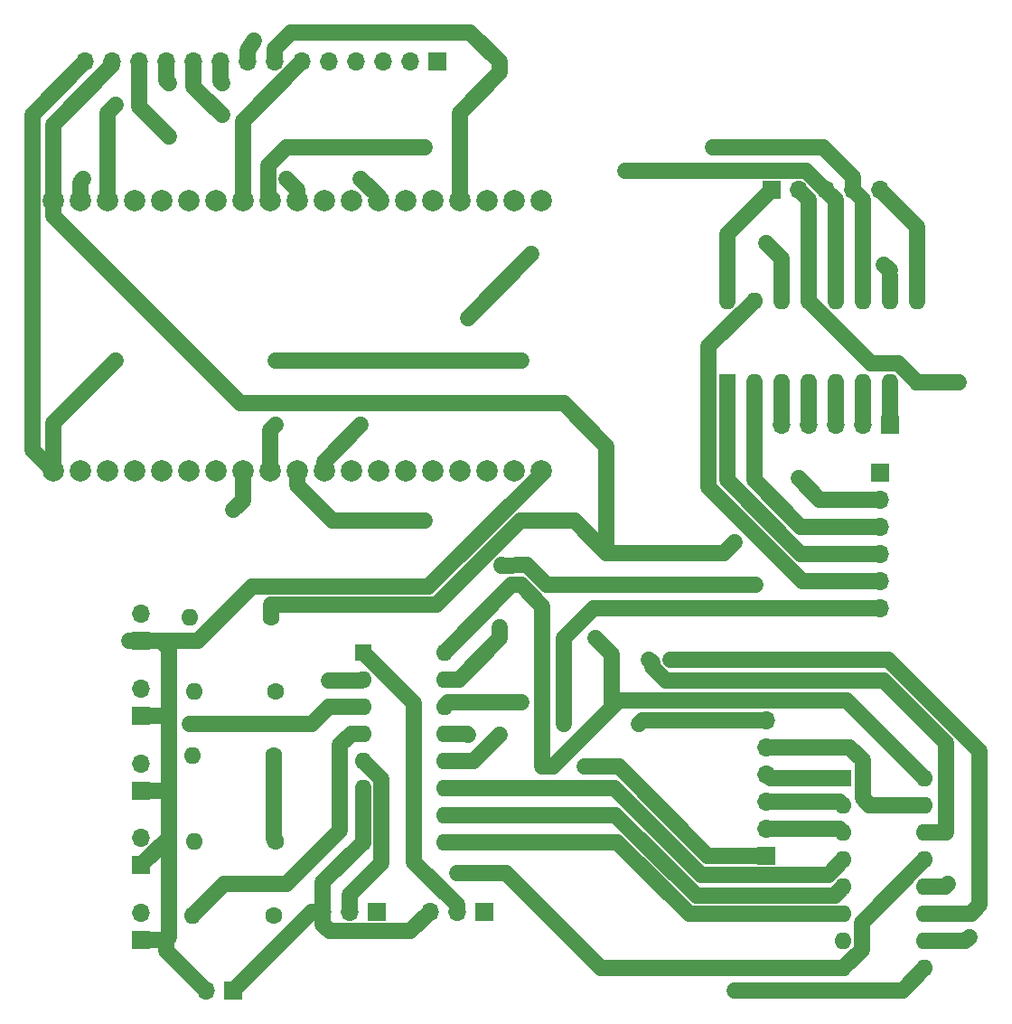
<source format=gbr>
%TF.GenerationSoftware,KiCad,Pcbnew,8.0.3*%
%TF.CreationDate,2025-02-04T16:17:40+01:00*%
%TF.ProjectId,Esp32-card,45737033-322d-4636-9172-642e6b696361,rev?*%
%TF.SameCoordinates,Original*%
%TF.FileFunction,Copper,L2,Bot*%
%TF.FilePolarity,Positive*%
%FSLAX46Y46*%
G04 Gerber Fmt 4.6, Leading zero omitted, Abs format (unit mm)*
G04 Created by KiCad (PCBNEW 8.0.3) date 2025-02-04 16:17:40*
%MOMM*%
%LPD*%
G01*
G04 APERTURE LIST*
%TA.AperFunction,ComponentPad*%
%ADD10R,1.700000X1.700000*%
%TD*%
%TA.AperFunction,ComponentPad*%
%ADD11O,1.700000X1.700000*%
%TD*%
%TA.AperFunction,ComponentPad*%
%ADD12R,1.600000X1.600000*%
%TD*%
%TA.AperFunction,ComponentPad*%
%ADD13O,1.600000X1.600000*%
%TD*%
%TA.AperFunction,ComponentPad*%
%ADD14C,1.600000*%
%TD*%
%TA.AperFunction,ComponentPad*%
%ADD15C,2.000000*%
%TD*%
%TA.AperFunction,ViaPad*%
%ADD16C,1.200000*%
%TD*%
%TA.AperFunction,ViaPad*%
%ADD17C,1.000000*%
%TD*%
%TA.AperFunction,Conductor*%
%ADD18C,1.500000*%
%TD*%
G04 APERTURE END LIST*
D10*
%TO.P,J7,1,Pin_1*%
%TO.N,T_IRQ*%
X156160000Y-36000000D03*
D11*
%TO.P,J7,2,Pin_2*%
%TO.N,T_DO*%
X153620000Y-36000000D03*
%TO.P,J7,3,Pin_3*%
%TO.N,T_DIN*%
X151080000Y-36000000D03*
%TO.P,J7,4,Pin_4*%
%TO.N,T_CS*%
X148540000Y-36000000D03*
%TO.P,J7,5,Pin_5*%
%TO.N,TS_CLK*%
X146000000Y-36000000D03*
%TO.P,J7,6,Pin_6*%
%TO.N,MISO*%
X143460000Y-36000000D03*
%TO.P,J7,7,Pin_7*%
%TO.N,LED*%
X140920000Y-36000000D03*
%TO.P,J7,8,Pin_8*%
%TO.N,SCK*%
X138380000Y-36000000D03*
%TO.P,J7,9,Pin_9*%
%TO.N,MOSI*%
X135840000Y-36000000D03*
%TO.P,J7,10,Pin_10*%
%TO.N,DC*%
X133300000Y-36000000D03*
%TO.P,J7,11,Pin_11*%
%TO.N,RESET*%
X130760000Y-36000000D03*
%TO.P,J7,12,Pin_12*%
%TO.N,CS*%
X128220000Y-36000000D03*
%TO.P,J7,13,Pin_13*%
%TO.N,GND*%
X125680000Y-36000000D03*
%TO.P,J7,14,Pin_14*%
%TO.N,3v3*%
X123140000Y-36000000D03*
%TD*%
D12*
%TO.P,U4,1,A4*%
%TO.N,Capteur_Hall_1*%
X149200000Y-91300000D03*
D13*
%TO.P,U4,2,A6*%
%TO.N,Capteur_Autre_1*%
X149200000Y-93840000D03*
%TO.P,U4,3,A*%
%TO.N,Analog_Pin1*%
X149200000Y-96380000D03*
%TO.P,U4,4,A7*%
%TO.N,Capteur_Autre_2*%
X149200000Y-98920000D03*
%TO.P,U4,5,A5*%
%TO.N,Capteur_Hall_2*%
X149200000Y-101460000D03*
%TO.P,U4,6,~{E}*%
%TO.N,GND*%
X149200000Y-104000000D03*
%TO.P,U4,7,VEE*%
X149200000Y-106540000D03*
%TO.P,U4,8,GND*%
X149200000Y-109080000D03*
%TO.P,U4,9,S2*%
%TO.N,Net-(U1-QG)*%
X156820000Y-109080000D03*
%TO.P,U4,10,S1*%
%TO.N,Net-(U1-QF)*%
X156820000Y-106540000D03*
%TO.P,U4,11,S0*%
%TO.N,Net-(U1-QE)*%
X156820000Y-104000000D03*
%TO.P,U4,12,A3*%
%TO.N,Capteur_Force_3*%
X156820000Y-101460000D03*
%TO.P,U4,13,A0*%
%TO.N,Net-(J14-Pin_6)*%
X156820000Y-98920000D03*
%TO.P,U4,14,A1*%
%TO.N,Capteur_Force_1*%
X156820000Y-96380000D03*
%TO.P,U4,15,A2*%
%TO.N,Capteur_Force_2*%
X156820000Y-93840000D03*
%TO.P,U4,16,VCC*%
%TO.N,3v3*%
X156820000Y-91300000D03*
%TD*%
D12*
%TO.P,U1,1,QB*%
%TO.N,M1_Pin_Dir2*%
X194200000Y-103125000D03*
D13*
%TO.P,U1,2,QC*%
%TO.N,M2_Pin_Dir1*%
X194200000Y-105665000D03*
%TO.P,U1,3,QD*%
%TO.N,M2_Pin_Dir2*%
X194200000Y-108205000D03*
%TO.P,U1,4,QE*%
%TO.N,Net-(U1-QE)*%
X194200000Y-110745000D03*
%TO.P,U1,5,QF*%
%TO.N,Net-(U1-QF)*%
X194200000Y-113285000D03*
%TO.P,U1,6,QG*%
%TO.N,Net-(U1-QG)*%
X194200000Y-115825000D03*
%TO.P,U1,7,QH*%
%TO.N,unconnected-(U1-QH-Pad7)*%
X194200000Y-118365000D03*
%TO.P,U1,8,GND*%
%TO.N,GND*%
X194200000Y-120905000D03*
%TO.P,U1,9,QH'*%
%TO.N,Net-(U1-QH')*%
X201820000Y-120905000D03*
%TO.P,U1,10,~{SRCLR}*%
%TO.N,3v3*%
X201820000Y-118365000D03*
%TO.P,U1,11,SRCLK*%
%TO.N,Clock*%
X201820000Y-115825000D03*
%TO.P,U1,12,RCLK*%
%TO.N,Trig*%
X201820000Y-113285000D03*
%TO.P,U1,13,~{OE}*%
%TO.N,GND*%
X201820000Y-110745000D03*
%TO.P,U1,14,SER*%
%TO.N,Data*%
X201820000Y-108205000D03*
%TO.P,U1,15,QA*%
%TO.N,M1_Pin_Dir1*%
X201820000Y-105665000D03*
%TO.P,U1,16,VCC*%
%TO.N,3v3*%
X201820000Y-103125000D03*
%TD*%
D10*
%TO.P,J2,1,Pin_1*%
%TO.N,5v*%
X128375000Y-90275000D03*
D11*
%TO.P,J2,2,Pin_2*%
%TO.N,Capteur_Force_1*%
X128375000Y-87735000D03*
%TD*%
D10*
%TO.P,J12,1,Pin_1*%
%TO.N,3v3*%
X187460000Y-48000000D03*
D11*
%TO.P,J12,2,Pin_2*%
%TO.N,GND*%
X190000000Y-48000000D03*
%TO.P,J12,3,Pin_3*%
%TO.N,Trig*%
X192540000Y-48000000D03*
%TO.P,J12,4,Pin_4*%
%TO.N,Clock*%
X195080000Y-48000000D03*
%TO.P,J12,5,Pin_5*%
%TO.N,Net-(J12-Pin_5)*%
X197620000Y-48000000D03*
%TD*%
D10*
%TO.P,J14,1,Pin_1*%
%TO.N,3v3*%
X197625000Y-74460000D03*
D11*
%TO.P,J14,2,Pin_2*%
%TO.N,GND*%
X197625000Y-77000000D03*
%TO.P,J14,3,Pin_3*%
%TO.N,Net-(J14-Pin_3)*%
X197625000Y-79540000D03*
%TO.P,J14,4,Pin_4*%
%TO.N,Net-(J14-Pin_4)*%
X197625000Y-82080000D03*
%TO.P,J14,5,Pin_5*%
%TO.N,Net-(J14-Pin_5)*%
X197625000Y-84620000D03*
%TO.P,J14,6,Pin_6*%
%TO.N,Net-(J14-Pin_6)*%
X197625000Y-87160000D03*
%TD*%
D10*
%TO.P,J13,1,Pin_1*%
%TO.N,5v*%
X128375000Y-118275000D03*
D11*
%TO.P,J13,2,Pin_2*%
%TO.N,Capteur_Autre_2*%
X128375000Y-115735000D03*
%TD*%
D10*
%TO.P,J3,1,Pin_1*%
%TO.N,5v*%
X128375000Y-97275000D03*
D11*
%TO.P,J3,2,Pin_2*%
%TO.N,Capteur_Force_2*%
X128375000Y-94735000D03*
%TD*%
D10*
%TO.P,J11,1,Pin_1*%
%TO.N,5v*%
X128375000Y-111275000D03*
D11*
%TO.P,J11,2,Pin_2*%
%TO.N,Capteur_Autre_1*%
X128375000Y-108735000D03*
%TD*%
D14*
%TO.P,R2,1*%
%TO.N,GND*%
X141000000Y-95000000D03*
D13*
%TO.P,R2,2*%
%TO.N,Capteur_Force_2*%
X133380000Y-95000000D03*
%TD*%
D10*
%TO.P,J8,1,Pin_1*%
%TO.N,M2_Pin_EN*%
X187000000Y-110350000D03*
D11*
%TO.P,J8,2,Pin_2*%
%TO.N,M2_Pin_Dir2*%
X187000000Y-107810000D03*
%TO.P,J8,3,Pin_3*%
%TO.N,M2_Pin_Dir1*%
X187000000Y-105270000D03*
%TO.P,J8,4,Pin_4*%
%TO.N,M1_Pin_Dir2*%
X187000000Y-102730000D03*
%TO.P,J8,5,Pin_5*%
%TO.N,M1_Pin_Dir1*%
X187000000Y-100190000D03*
%TO.P,J8,6,Pin_6*%
%TO.N,M1_Pin_EN*%
X187000000Y-97650000D03*
%TD*%
D14*
%TO.P,R5,1*%
%TO.N,GND*%
X140810000Y-116000000D03*
D13*
%TO.P,R5,2*%
%TO.N,Capteur_Autre_2*%
X133190000Y-116000000D03*
%TD*%
D14*
%TO.P,R3,1*%
%TO.N,GND*%
X140810000Y-101000000D03*
D13*
%TO.P,R3,2*%
%TO.N,Capteur_Force_3*%
X133190000Y-101000000D03*
%TD*%
D10*
%TO.P,J9,1,Pin_1*%
%TO.N,Net-(J9-Pin_1)*%
X198540000Y-70000000D03*
D11*
%TO.P,J9,2,Pin_2*%
%TO.N,Net-(J9-Pin_2)*%
X196000000Y-70000000D03*
%TO.P,J9,3,Pin_3*%
%TO.N,Net-(J9-Pin_3)*%
X193460000Y-70000000D03*
%TO.P,J9,4,Pin_4*%
%TO.N,Net-(J9-Pin_4)*%
X190920000Y-70000000D03*
%TO.P,J9,5,Pin_5*%
%TO.N,Net-(J9-Pin_5)*%
X188380000Y-70000000D03*
%TD*%
D12*
%TO.P,U2,1,QB*%
%TO.N,Net-(J14-Pin_4)*%
X183300000Y-66000000D03*
D13*
%TO.P,U2,2,QC*%
%TO.N,Net-(J14-Pin_3)*%
X185840000Y-66000000D03*
%TO.P,U2,3,QD*%
%TO.N,Net-(J9-Pin_5)*%
X188380000Y-66000000D03*
%TO.P,U2,4,QE*%
%TO.N,Net-(J9-Pin_4)*%
X190920000Y-66000000D03*
%TO.P,U2,5,QF*%
%TO.N,Net-(J9-Pin_3)*%
X193460000Y-66000000D03*
%TO.P,U2,6,QG*%
%TO.N,Net-(J9-Pin_2)*%
X196000000Y-66000000D03*
%TO.P,U2,7,QH*%
%TO.N,Net-(J9-Pin_1)*%
X198540000Y-66000000D03*
%TO.P,U2,8,GND*%
%TO.N,GND*%
X201080000Y-66000000D03*
%TO.P,U2,9,QH'*%
%TO.N,Net-(J12-Pin_5)*%
X201080000Y-58380000D03*
%TO.P,U2,10,~{SRCLR}*%
%TO.N,3v3*%
X198540000Y-58380000D03*
%TO.P,U2,11,SRCLK*%
%TO.N,Clock*%
X196000000Y-58380000D03*
%TO.P,U2,12,RCLK*%
%TO.N,Trig*%
X193460000Y-58380000D03*
%TO.P,U2,13,~{OE}*%
%TO.N,GND*%
X190920000Y-58380000D03*
%TO.P,U2,14,SER*%
%TO.N,Net-(U1-QH')*%
X188380000Y-58380000D03*
%TO.P,U2,15,QA*%
%TO.N,Net-(J14-Pin_5)*%
X185840000Y-58380000D03*
%TO.P,U2,16,VCC*%
%TO.N,3v3*%
X183300000Y-58380000D03*
%TD*%
D10*
%TO.P,J4,1,Pin_1*%
%TO.N,3v3*%
X160525000Y-115625000D03*
D11*
%TO.P,J4,2,Pin_2*%
%TO.N,Capteur_Hall_1*%
X157985000Y-115625000D03*
%TO.P,J4,3,Pin_3*%
%TO.N,GND*%
X155445000Y-115625000D03*
%TD*%
D10*
%TO.P,J6,1,Pin_1*%
%TO.N,GND*%
X137000000Y-123000000D03*
D11*
%TO.P,J6,2,Pin_2*%
%TO.N,5v*%
X134460000Y-123000000D03*
%TD*%
D14*
%TO.P,R1,1*%
%TO.N,GND*%
X140620000Y-88000000D03*
D13*
%TO.P,R1,2*%
%TO.N,Capteur_Force_1*%
X133000000Y-88000000D03*
%TD*%
D14*
%TO.P,R4,1*%
%TO.N,GND*%
X141000000Y-109000000D03*
D13*
%TO.P,R4,2*%
%TO.N,Capteur_Autre_1*%
X133380000Y-109000000D03*
%TD*%
D10*
%TO.P,J10,1,Pin_1*%
%TO.N,5v*%
X128375000Y-104275000D03*
D11*
%TO.P,J10,2,Pin_2*%
%TO.N,Capteur_Force_3*%
X128375000Y-101735000D03*
%TD*%
D10*
%TO.P,J5,1,Pin_1*%
%TO.N,3v3*%
X150525000Y-115625000D03*
D11*
%TO.P,J5,2,Pin_2*%
%TO.N,Capteur_Hall_2*%
X147985000Y-115625000D03*
%TO.P,J5,3,Pin_3*%
%TO.N,GND*%
X145445000Y-115625000D03*
%TD*%
D15*
%TO.P,ESP32_WROOM_KIT2,1,3v3*%
%TO.N,3v3*%
X120140000Y-74300000D03*
%TO.P,ESP32_WROOM_KIT2,2,EN*%
%TO.N,unconnected-(ESP32_WROOM_KIT2-EN-Pad2)*%
X122680000Y-74300000D03*
%TO.P,ESP32_WROOM_KIT2,3,GPIO36*%
%TO.N,unconnected-(ESP32_WROOM_KIT2-GPIO36-Pad3)*%
X125220000Y-74300000D03*
%TO.P,ESP32_WROOM_KIT2,4,GPIO39*%
%TO.N,unconnected-(ESP32_WROOM_KIT2-GPIO39-Pad4)*%
X127760000Y-74300000D03*
%TO.P,ESP32_WROOM_KIT2,5,GPIO34*%
%TO.N,unconnected-(ESP32_WROOM_KIT2-GPIO34-Pad5)*%
X130300000Y-74300000D03*
%TO.P,ESP32_WROOM_KIT2,6,GPIO35*%
%TO.N,unconnected-(ESP32_WROOM_KIT2-GPIO35-Pad6)*%
X132840000Y-74300000D03*
%TO.P,ESP32_WROOM_KIT2,7,GPIO32*%
%TO.N,unconnected-(ESP32_WROOM_KIT2-GPIO32-Pad7)*%
X135380000Y-74300000D03*
%TO.P,ESP32_WROOM_KIT2,8,GPIO33*%
%TO.N,Analog_Pin1*%
X137920000Y-74300000D03*
%TO.P,ESP32_WROOM_KIT2,9,GPIO25*%
%TO.N,Data*%
X140460000Y-74300000D03*
%TO.P,ESP32_WROOM_KIT2,10,GPIO26*%
%TO.N,Clock*%
X143000000Y-74300000D03*
%TO.P,ESP32_WROOM_KIT2,11,GPIO27*%
%TO.N,Trig*%
X145540000Y-74300000D03*
%TO.P,ESP32_WROOM_KIT2,12,GPIO14*%
%TO.N,M2_Pin_EN*%
X148080000Y-74300000D03*
%TO.P,ESP32_WROOM_KIT2,13,GPIO12*%
%TO.N,M1_Pin_EN*%
X150620000Y-74300000D03*
%TO.P,ESP32_WROOM_KIT2,14,GND*%
%TO.N,unconnected-(ESP32_WROOM_KIT2-GND-Pad14)*%
X153160000Y-74300000D03*
%TO.P,ESP32_WROOM_KIT2,15,GPIO13*%
%TO.N,unconnected-(ESP32_WROOM_KIT2-GPIO13-Pad15)*%
X155700000Y-74300000D03*
%TO.P,ESP32_WROOM_KIT2,16,GPIO9*%
%TO.N,unconnected-(ESP32_WROOM_KIT2-GPIO9-Pad16)*%
X158240000Y-74300000D03*
%TO.P,ESP32_WROOM_KIT2,17,GPIO10*%
%TO.N,unconnected-(ESP32_WROOM_KIT2-GPIO10-Pad17)*%
X160780000Y-74300000D03*
%TO.P,ESP32_WROOM_KIT2,18,GPIO11*%
%TO.N,unconnected-(ESP32_WROOM_KIT2-GPIO11-Pad18)*%
X163320000Y-74300000D03*
%TO.P,ESP32_WROOM_KIT2,19,5V*%
%TO.N,5v*%
X165860000Y-74300000D03*
%TO.P,ESP32_WROOM_KIT2,20,GND*%
%TO.N,GND*%
X120140000Y-49000000D03*
%TO.P,ESP32_WROOM_KIT2,21,GPIO23*%
%TO.N,MOSI*%
X122680000Y-49000000D03*
%TO.P,ESP32_WROOM_KIT2,22,GPIO22*%
%TO.N,RESET*%
X125220000Y-49000000D03*
%TO.P,ESP32_WROOM_KIT2,23,TXD*%
%TO.N,unconnected-(ESP32_WROOM_KIT2-TXD-Pad23)*%
X127760000Y-49000000D03*
%TO.P,ESP32_WROOM_KIT2,24*%
%TO.N,N/C*%
X130300000Y-49000000D03*
%TO.P,ESP32_WROOM_KIT2,25,GPIO21*%
%TO.N,unconnected-(ESP32_WROOM_KIT2-GPIO21-Pad25)*%
X132840000Y-49000000D03*
%TO.P,ESP32_WROOM_KIT2,26,GND*%
%TO.N,unconnected-(ESP32_WROOM_KIT2-GND-Pad26)*%
X135380000Y-49000000D03*
%TO.P,ESP32_WROOM_KIT2,27,GPIO19*%
%TO.N,MISO*%
X137920000Y-49000000D03*
%TO.P,ESP32_WROOM_KIT2,28,GPIO18*%
%TO.N,SCK*%
X140460000Y-49000000D03*
%TO.P,ESP32_WROOM_KIT2,29,GPIO5*%
%TO.N,CS*%
X143000000Y-49000000D03*
%TO.P,ESP32_WROOM_KIT2,30,GPIO17*%
%TO.N,unconnected-(ESP32_WROOM_KIT2-GPIO17-Pad30)*%
X145540000Y-49000000D03*
%TO.P,ESP32_WROOM_KIT2,31,GPIO16*%
%TO.N,unconnected-(ESP32_WROOM_KIT2-GPIO16-Pad31)*%
X148080000Y-49000000D03*
%TO.P,ESP32_WROOM_KIT2,32,GPIO4*%
%TO.N,DC*%
X150620000Y-49000000D03*
%TO.P,ESP32_WROOM_KIT2,33,GPIO0*%
%TO.N,unconnected-(ESP32_WROOM_KIT2-GPIO0-Pad33)*%
X153160000Y-49000000D03*
%TO.P,ESP32_WROOM_KIT2,34,GPIO2*%
%TO.N,unconnected-(ESP32_WROOM_KIT2-GPIO2-Pad34)*%
X155700000Y-49000000D03*
%TO.P,ESP32_WROOM_KIT2,35,GPIO15*%
%TO.N,LED*%
X158240000Y-49000000D03*
%TO.P,ESP32_WROOM_KIT2,36,SD1*%
%TO.N,unconnected-(ESP32_WROOM_KIT2-SD1-Pad36)*%
X160780000Y-49000000D03*
%TO.P,ESP32_WROOM_KIT2,37,SD0*%
%TO.N,unconnected-(ESP32_WROOM_KIT2-SD0-Pad37)*%
X163320000Y-49000000D03*
%TO.P,ESP32_WROOM_KIT2,38,CLK*%
%TO.N,unconnected-(ESP32_WROOM_KIT2-CLK-Pad38)*%
X165860000Y-49000000D03*
%TD*%
D16*
%TO.N,Clock*%
X182000000Y-44000000D03*
X155000000Y-79000000D03*
X162189038Y-83201935D03*
X186000000Y-85000000D03*
X186000000Y-92000000D03*
%TO.N,Trig*%
X149000000Y-70000000D03*
X159000000Y-60000000D03*
X165000000Y-54000000D03*
X173811558Y-46227375D03*
%TO.N,Data*%
X141000000Y-70000000D03*
%TO.N,3v3*%
X126000000Y-64000000D03*
X141000000Y-64000000D03*
X164000000Y-64000000D03*
X171000000Y-90000000D03*
%TO.N,Analog_Pin1*%
X137000000Y-78000000D03*
X133000000Y-98000000D03*
%TO.N,DC*%
X136000000Y-41000000D03*
X149000000Y-47000000D03*
%TO.N,SCK*%
X155000000Y-44000000D03*
X139000000Y-34000000D03*
%TO.N,MOSI*%
X123000000Y-47000000D03*
X136000000Y-38000000D03*
%TO.N,RESET*%
X126000000Y-40000000D03*
X131000000Y-38000000D03*
%TO.N,CS*%
X131000000Y-43000000D03*
X142000000Y-47000000D03*
D17*
%TO.N,Data*%
X176000000Y-92000000D03*
%TO.N,Trig*%
X182800000Y-46200000D03*
X204000000Y-113000000D03*
%TO.N,Clock*%
X178000000Y-92000000D03*
%TO.N,3v3*%
X198347500Y-99652500D03*
X198000000Y-55000000D03*
X166000000Y-102000000D03*
X206000000Y-118000000D03*
X183300000Y-55000000D03*
%TO.N,GND*%
X205000000Y-66000000D03*
X158000000Y-112000000D03*
X184000000Y-81000000D03*
X190000000Y-75000000D03*
%TO.N,M1_Pin_EN*%
X175000000Y-98000000D03*
%TO.N,Net-(U1-QH')*%
X187000000Y-53000000D03*
X184000000Y-123000000D03*
%TO.N,M2_Pin_EN*%
X170000000Y-102000000D03*
%TO.N,Capteur_Force_1*%
X164000000Y-96000000D03*
%TO.N,Capteur_Force_2*%
X162000000Y-89000000D03*
%TO.N,Capteur_Force_3*%
X162000000Y-99000000D03*
%TO.N,Capteur_Autre_1*%
X146000000Y-94000000D03*
%TO.N,Net-(J14-Pin_6)*%
X168000000Y-98000000D03*
X159000000Y-99000000D03*
%TD*%
D18*
%TO.N,GND*%
X184000000Y-81000000D02*
X183000000Y-82000000D01*
X183000000Y-82000000D02*
X172000000Y-82000000D01*
X196790000Y-64250000D02*
X190920000Y-58380000D01*
X199330000Y-64250000D02*
X196790000Y-64250000D01*
X201080000Y-66000000D02*
X199330000Y-64250000D01*
%TO.N,MISO*%
X143460000Y-36005585D02*
X143460000Y-36000000D01*
X137920000Y-49000000D02*
X137920000Y-41545585D01*
X137920000Y-41545585D02*
X143460000Y-36005585D01*
%TO.N,Clock*%
X192282081Y-44000000D02*
X182000000Y-44000000D01*
%TO.N,Trig*%
X145540000Y-73460000D02*
X149000000Y-70000000D01*
X145540000Y-74300000D02*
X145540000Y-73460000D01*
%TO.N,Clock*%
X143000000Y-75697717D02*
X143000000Y-74300000D01*
X146302283Y-79000000D02*
X143000000Y-75697717D01*
X155000000Y-79000000D02*
X146302283Y-79000000D01*
X162189038Y-83201935D02*
X162160940Y-83160940D01*
X166404164Y-85000000D02*
X164565105Y-83160941D01*
X164565105Y-83160941D02*
X162189038Y-83201935D01*
X186000000Y-85000000D02*
X166404164Y-85000000D01*
X186000000Y-92000000D02*
X198404164Y-92000000D01*
%TO.N,Trig*%
X165000000Y-54000000D02*
X159000000Y-60000000D01*
X173811558Y-46227375D02*
X182800000Y-46200000D01*
%TO.N,Data*%
X140460000Y-70540000D02*
X141000000Y-70000000D01*
X140460000Y-74300000D02*
X140460000Y-70540000D01*
%TO.N,3v3*%
X120140000Y-69860000D02*
X120140000Y-74300000D01*
X126000000Y-64000000D02*
X120140000Y-69860000D01*
X164000000Y-64000000D02*
X141000000Y-64000000D01*
X172500000Y-91500000D02*
X171000000Y-90000000D01*
X172000000Y-97000000D02*
X172500000Y-96500000D01*
X172000000Y-97000000D02*
X167000000Y-102000000D01*
X172500000Y-96500000D02*
X172500000Y-91500000D01*
X173150000Y-95850000D02*
X172000000Y-97000000D01*
%TO.N,Analog_Pin1*%
X137920000Y-77080000D02*
X137920000Y-74300000D01*
X137000000Y-78000000D02*
X137920000Y-77080000D01*
X144355837Y-98000000D02*
X133000000Y-98000000D01*
X145975837Y-96380000D02*
X144355837Y-98000000D01*
%TO.N,5v*%
X133725000Y-90275000D02*
X128375000Y-90275000D01*
X138831370Y-85168630D02*
X133725000Y-90275000D01*
X155344923Y-85168630D02*
X138831370Y-85168630D01*
X165860000Y-74300000D02*
X165860000Y-74653553D01*
X165860000Y-74653553D02*
X155344923Y-85168630D01*
%TO.N,GND*%
X156049087Y-86868630D02*
X163917717Y-79000000D01*
X169000000Y-79000000D02*
X172000000Y-82000000D01*
X140620000Y-86868630D02*
X156049087Y-86868630D01*
X163917717Y-79000000D02*
X169000000Y-79000000D01*
X172000000Y-72000000D02*
X172000000Y-82000000D01*
X137725787Y-68000000D02*
X168000000Y-68000000D01*
X168000000Y-68000000D02*
X172000000Y-72000000D01*
X120140000Y-50414213D02*
X137725787Y-68000000D01*
X120140000Y-49000000D02*
X120140000Y-50414213D01*
%TO.N,DC*%
X150620000Y-48620000D02*
X149000000Y-47000000D01*
X150620000Y-49000000D02*
X150620000Y-48620000D01*
%TO.N,SCK*%
X140300000Y-45700000D02*
X140300000Y-48840000D01*
X140300000Y-48840000D02*
X140460000Y-49000000D01*
X155000000Y-44000000D02*
X142000000Y-44000000D01*
X142000000Y-44000000D02*
X140300000Y-45700000D01*
X138380000Y-34933755D02*
X139000000Y-34000000D01*
X138380000Y-36000000D02*
X138380000Y-34933755D01*
%TO.N,LED*%
X158240000Y-40760000D02*
X158240000Y-49000000D01*
X162000000Y-37000000D02*
X158240000Y-40760000D01*
X162000000Y-36000000D02*
X162000000Y-37000000D01*
X159250000Y-33250000D02*
X162000000Y-36000000D01*
X140920000Y-34797919D02*
X142467919Y-33250000D01*
X142467919Y-33250000D02*
X159250000Y-33250000D01*
X140920000Y-36000000D02*
X140920000Y-34797919D01*
%TO.N,RESET*%
X125220000Y-40780000D02*
X126000000Y-40000000D01*
X125220000Y-47780000D02*
X125220000Y-40780000D01*
X125220000Y-49000000D02*
X125220000Y-47780000D01*
%TO.N,CS*%
X143000000Y-48000000D02*
X142000000Y-47000000D01*
X143000000Y-49000000D02*
X143000000Y-48000000D01*
%TO.N,DC*%
X134000000Y-39000000D02*
X136000000Y-41000000D01*
%TO.N,MOSI*%
X122680000Y-47320000D02*
X123000000Y-47000000D01*
X122680000Y-49000000D02*
X122680000Y-47320000D01*
X135840000Y-37840000D02*
X136000000Y-38000000D01*
X135840000Y-36000000D02*
X135840000Y-37840000D01*
%TO.N,DC*%
X133300000Y-38300000D02*
X134000000Y-39000000D01*
X133300000Y-36000000D02*
X133300000Y-38300000D01*
%TO.N,RESET*%
X130760000Y-37760000D02*
X131000000Y-38000000D01*
X130760000Y-36000000D02*
X130760000Y-37760000D01*
%TO.N,CS*%
X128220000Y-40220000D02*
X131000000Y-43000000D01*
X128220000Y-36000000D02*
X128220000Y-40220000D01*
%TO.N,GND*%
X120140000Y-41860000D02*
X120140000Y-49000000D01*
X125680000Y-36320000D02*
X120140000Y-41860000D01*
X125680000Y-36000000D02*
X125680000Y-36320000D01*
%TO.N,3v3*%
X118190000Y-40950000D02*
X118190000Y-72350000D01*
X123140000Y-36000000D02*
X118190000Y-40950000D01*
X118190000Y-72350000D02*
X120140000Y-74300000D01*
%TO.N,Data*%
X177595837Y-94000000D02*
X176300000Y-92704163D01*
X203795000Y-99795000D02*
X198000000Y-94000000D01*
X201820000Y-108205000D02*
X203795000Y-108205000D01*
X198000000Y-94000000D02*
X177595837Y-94000000D01*
X176300000Y-92300000D02*
X176000000Y-92000000D01*
X176300000Y-92704163D02*
X176300000Y-92300000D01*
X203795000Y-108205000D02*
X203795000Y-99795000D01*
%TO.N,Trig*%
X193460000Y-48920000D02*
X192770000Y-48230000D01*
X201820000Y-113285000D02*
X203715000Y-113285000D01*
X193460000Y-58380000D02*
X193460000Y-48920000D01*
X192770000Y-48230000D02*
X192540000Y-48000000D01*
X192770000Y-48224415D02*
X192770000Y-48230000D01*
X203715000Y-113285000D02*
X204000000Y-113000000D01*
X173800000Y-46200000D02*
X173811558Y-46227375D01*
X190745585Y-46200000D02*
X192770000Y-48224415D01*
X182800000Y-46200000D02*
X190745585Y-46200000D01*
%TO.N,Analog_Pin1*%
X149200000Y-96380000D02*
X145975837Y-96380000D01*
%TO.N,Clock*%
X207000000Y-115000000D02*
X206175000Y-115825000D01*
X198404164Y-92000000D02*
X207000000Y-100595836D01*
X207000000Y-100595836D02*
X207000000Y-115000000D01*
X192282081Y-44000000D02*
X195080000Y-46797919D01*
X178000000Y-92000000D02*
X186000000Y-92000000D01*
X196000000Y-48920000D02*
X195080000Y-48000000D01*
X206175000Y-115825000D02*
X201820000Y-115825000D01*
X196000000Y-58380000D02*
X196000000Y-48920000D01*
X195080000Y-46797919D02*
X195080000Y-48000000D01*
%TO.N,3v3*%
X201820000Y-103125000D02*
X194545000Y-95850000D01*
X198540000Y-55540000D02*
X198000000Y-55000000D01*
X164000000Y-85000000D02*
X163120000Y-85000000D01*
X205635000Y-118365000D02*
X206000000Y-118000000D01*
X201820000Y-118365000D02*
X205635000Y-118365000D01*
X167000000Y-102000000D02*
X166000000Y-102000000D01*
X183300000Y-52160000D02*
X187460000Y-48000000D01*
X183300000Y-58380000D02*
X183300000Y-52160000D01*
X194545000Y-95850000D02*
X173150000Y-95850000D01*
X163120000Y-85000000D02*
X156820000Y-91300000D01*
X198540000Y-58380000D02*
X198540000Y-56000000D01*
X164000000Y-85000000D02*
X166000000Y-87000000D01*
X166000000Y-87000000D02*
X166000000Y-102000000D01*
%TO.N,GND*%
X171459164Y-120905000D02*
X162554164Y-112000000D01*
X155445000Y-115625000D02*
X153645000Y-117425000D01*
X195950000Y-119155000D02*
X194200000Y-120905000D01*
X197625000Y-77000000D02*
X192000000Y-77000000D01*
X146042919Y-117425000D02*
X145445000Y-116827081D01*
X149200000Y-106540000D02*
X149200000Y-109080000D01*
X190000000Y-75000000D02*
X190500000Y-75500000D01*
X149200000Y-104000000D02*
X149200000Y-106540000D01*
X145445000Y-116827081D02*
X145445000Y-115625000D01*
X140810000Y-108810000D02*
X141000000Y-109000000D01*
X149200000Y-109080000D02*
X145445000Y-112835000D01*
X201820000Y-110745000D02*
X195950000Y-116615000D01*
X190920000Y-58380000D02*
X190920000Y-48920000D01*
X194200000Y-120905000D02*
X171459164Y-120905000D01*
X140810000Y-101000000D02*
X140810000Y-108810000D01*
X192000000Y-77000000D02*
X190000000Y-75000000D01*
X140620000Y-88000000D02*
X140620000Y-86868630D01*
X145445000Y-112835000D02*
X145445000Y-115625000D01*
X162554164Y-112000000D02*
X158000000Y-112000000D01*
X144375000Y-115625000D02*
X137000000Y-123000000D01*
X195950000Y-116615000D02*
X195950000Y-119155000D01*
X190920000Y-48920000D02*
X190000000Y-48000000D01*
X201080000Y-66000000D02*
X205000000Y-66000000D01*
X145445000Y-115625000D02*
X144375000Y-115625000D01*
X153645000Y-117425000D02*
X146042919Y-117425000D01*
%TO.N,Net-(U1-QG)*%
X156820000Y-109080000D02*
X173016672Y-109080000D01*
X173016672Y-109080000D02*
X179761672Y-115825000D01*
X179761672Y-115825000D02*
X194200000Y-115825000D01*
%TO.N,M1_Pin_Dir1*%
X194765000Y-100190000D02*
X196000000Y-101425000D01*
X196665000Y-105665000D02*
X201820000Y-105665000D01*
X187000000Y-100190000D02*
X194765000Y-100190000D01*
X196000000Y-101425000D02*
X196000000Y-105000000D01*
X196000000Y-105000000D02*
X196665000Y-105665000D01*
%TO.N,M2_Pin_Dir2*%
X193805000Y-107810000D02*
X194200000Y-108205000D01*
X187000000Y-107810000D02*
X193805000Y-107810000D01*
%TO.N,M1_Pin_EN*%
X175350000Y-97650000D02*
X187000000Y-97650000D01*
X175000000Y-98000000D02*
X175350000Y-97650000D01*
%TO.N,M2_Pin_Dir1*%
X193805000Y-105270000D02*
X194200000Y-105665000D01*
X187000000Y-105270000D02*
X193805000Y-105270000D01*
%TO.N,M1_Pin_Dir2*%
X187395000Y-103125000D02*
X187000000Y-102730000D01*
X194200000Y-103125000D02*
X187395000Y-103125000D01*
%TO.N,Net-(U1-QH')*%
X188380000Y-54380000D02*
X187000000Y-53000000D01*
X188380000Y-58380000D02*
X188380000Y-54380000D01*
X199725000Y-123000000D02*
X184000000Y-123000000D01*
X201820000Y-120905000D02*
X199725000Y-123000000D01*
%TO.N,M2_Pin_EN*%
X181499164Y-110350000D02*
X187000000Y-110350000D01*
X173149164Y-102000000D02*
X181499164Y-110350000D01*
X170000000Y-102000000D02*
X173149164Y-102000000D01*
%TO.N,Net-(J9-Pin_2)*%
X196000000Y-66000000D02*
X196000000Y-70000000D01*
%TO.N,5v*%
X128375000Y-104275000D02*
X130725000Y-104275000D01*
X130725000Y-97275000D02*
X128375000Y-97275000D01*
X130725000Y-118275000D02*
X131000000Y-118000000D01*
X128375000Y-118275000D02*
X130725000Y-118275000D01*
X130725000Y-104275000D02*
X131000000Y-104000000D01*
X131000000Y-118000000D02*
X131000000Y-108655585D01*
X131000000Y-108655585D02*
X131000000Y-104000000D01*
X130725000Y-119265000D02*
X134460000Y-123000000D01*
X131000000Y-97000000D02*
X130725000Y-97275000D01*
X130725000Y-118275000D02*
X130725000Y-119265000D01*
X131000000Y-91000000D02*
X131000000Y-97000000D01*
X127275000Y-90275000D02*
X128375000Y-90275000D01*
X130275000Y-90275000D02*
X131000000Y-91000000D01*
X128375000Y-90275000D02*
X130275000Y-90275000D01*
X128380585Y-111275000D02*
X131000000Y-108655585D01*
X128375000Y-111275000D02*
X128380585Y-111275000D01*
X131000000Y-104000000D02*
X131000000Y-97000000D01*
%TO.N,Net-(J9-Pin_1)*%
X198540000Y-66000000D02*
X198540000Y-70000000D01*
%TO.N,Capteur_Force_1*%
X157200000Y-96000000D02*
X156820000Y-96380000D01*
X164000000Y-96000000D02*
X157200000Y-96000000D01*
%TO.N,Capteur_Force_2*%
X156820000Y-93840000D02*
X158160000Y-93840000D01*
X162000000Y-90000000D02*
X162000000Y-89000000D01*
X158160000Y-93840000D02*
X162000000Y-90000000D01*
%TO.N,Net-(J9-Pin_5)*%
X188380000Y-66000000D02*
X188380000Y-70000000D01*
%TO.N,Capteur_Hall_1*%
X154000000Y-111000000D02*
X154000000Y-96100000D01*
X157985000Y-115625000D02*
X157985000Y-114985000D01*
X154000000Y-96100000D02*
X149200000Y-91300000D01*
X157985000Y-114985000D02*
X154000000Y-111000000D01*
%TO.N,Capteur_Hall_2*%
X150950000Y-103210000D02*
X150950000Y-111050000D01*
X149200000Y-101460000D02*
X150950000Y-103210000D01*
X147985000Y-114015000D02*
X147985000Y-115625000D01*
X150950000Y-111050000D02*
X147985000Y-114015000D01*
%TO.N,Net-(J9-Pin_4)*%
X190920000Y-66000000D02*
X190920000Y-70000000D01*
%TO.N,Net-(J9-Pin_3)*%
X193460000Y-66000000D02*
X193460000Y-70000000D01*
%TO.N,Capteur_Force_3*%
X156820000Y-101460000D02*
X159540000Y-101460000D01*
X159540000Y-101460000D02*
X162000000Y-99000000D01*
%TO.N,Capteur_Autre_1*%
X149040000Y-94000000D02*
X149200000Y-93840000D01*
X146000000Y-94000000D02*
X149040000Y-94000000D01*
%TO.N,Net-(J12-Pin_5)*%
X201080000Y-51460000D02*
X197620000Y-48000000D01*
X201080000Y-58380000D02*
X201080000Y-51460000D01*
%TO.N,Capteur_Autre_2*%
X147000000Y-100000000D02*
X147000000Y-108000000D01*
X147000000Y-108000000D02*
X142000000Y-113000000D01*
X149200000Y-98920000D02*
X148080000Y-98920000D01*
X136190000Y-113000000D02*
X142000000Y-113000000D01*
X148080000Y-98920000D02*
X147000000Y-100000000D01*
X133190000Y-116000000D02*
X136190000Y-113000000D01*
%TO.N,Net-(J14-Pin_6)*%
X158920000Y-98920000D02*
X159000000Y-99000000D01*
X170840000Y-87160000D02*
X170000000Y-88000000D01*
X156820000Y-98920000D02*
X158920000Y-98920000D01*
X170000000Y-88000000D02*
X168000000Y-90000000D01*
X197625000Y-87160000D02*
X170840000Y-87160000D01*
X168000000Y-90000000D02*
X168000000Y-98000000D01*
%TO.N,Net-(J14-Pin_4)*%
X183300000Y-66000000D02*
X183300000Y-75147081D01*
X190232919Y-82080000D02*
X197625000Y-82080000D01*
X183300000Y-75147081D02*
X190232919Y-82080000D01*
%TO.N,Net-(J14-Pin_5)*%
X190368755Y-84620000D02*
X197625000Y-84620000D01*
X181550000Y-75801245D02*
X190368755Y-84620000D01*
X181550000Y-62670000D02*
X181550000Y-75801245D01*
X185840000Y-58380000D02*
X181550000Y-62670000D01*
%TO.N,Net-(J14-Pin_3)*%
X185840000Y-75147081D02*
X190232919Y-79540000D01*
X190232919Y-79540000D02*
X197625000Y-79540000D01*
X185840000Y-66000000D02*
X185840000Y-75147081D01*
%TO.N,Net-(U1-QE)*%
X192795000Y-112150000D02*
X194200000Y-110745000D01*
X172745000Y-104000000D02*
X180895000Y-112150000D01*
X180895000Y-112150000D02*
X192795000Y-112150000D01*
X156820000Y-104000000D02*
X172745000Y-104000000D01*
%TO.N,Net-(U1-QF)*%
X193400001Y-114084999D02*
X194200000Y-113285000D01*
X156820000Y-106540000D02*
X172880836Y-106540000D01*
X172880836Y-106540000D02*
X180425835Y-114084999D01*
X180425835Y-114084999D02*
X193400001Y-114084999D01*
%TD*%
M02*

</source>
